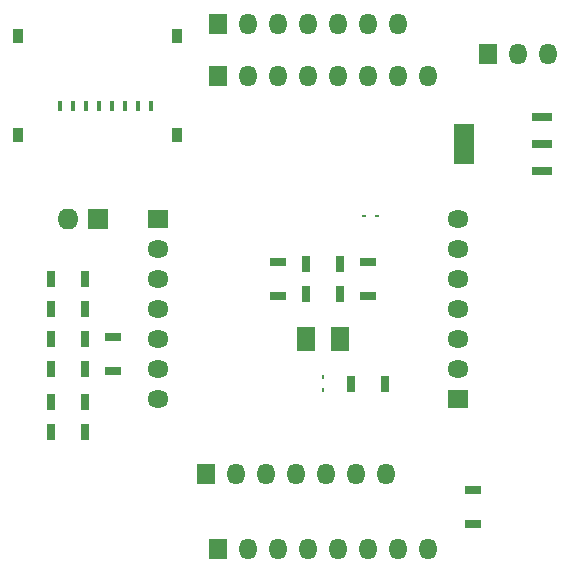
<source format=gbs>
G04 #@! TF.FileFunction,Soldermask,Bot*
%FSLAX46Y46*%
G04 Gerber Fmt 4.6, Leading zero omitted, Abs format (unit mm)*
G04 Created by KiCad (PCBNEW 4.0.1-stable) date Sun 03 Jan 2016 01:50:34 PM EET*
%MOMM*%
G01*
G04 APERTURE LIST*
%ADD10C,0.100000*%
%ADD11R,0.359440X0.809020*%
%ADD12R,0.809020X1.261140*%
%ADD13R,1.560000X1.990000*%
%ADD14R,0.360000X0.260000*%
%ADD15R,0.260000X0.360000*%
%ADD16R,1.792000X1.792000*%
%ADD17O,1.792000X1.792000*%
%ADD18R,1.792000X1.487200*%
%ADD19O,1.792000X1.487200*%
%ADD20R,1.487200X1.792000*%
%ADD21O,1.487200X1.792000*%
%ADD22R,1.460000X0.660000*%
%ADD23R,0.660000X1.460000*%
%ADD24R,1.792000X3.417600*%
%ADD25R,1.792000X0.776000*%
G04 APERTURE END LIST*
D10*
D11*
X127640080Y-79319120D03*
X128739900Y-79319120D03*
X129839720Y-79319120D03*
X130939540Y-79319120D03*
X132039360Y-79319120D03*
X133139180Y-79319120D03*
X134239000Y-79319120D03*
X135338820Y-79319120D03*
D12*
X124084080Y-81848960D03*
X137535920Y-81848960D03*
X124084080Y-73449180D03*
X137535920Y-73449180D03*
D13*
X151320000Y-99060000D03*
X148400000Y-99060000D03*
D14*
X153374000Y-88646000D03*
X154474000Y-88646000D03*
D15*
X149860000Y-103420000D03*
X149860000Y-102320000D03*
D16*
X130810000Y-88900000D03*
D17*
X128270000Y-88900000D03*
D18*
X135890000Y-88900000D03*
D19*
X135890000Y-91440000D03*
X135890000Y-93980000D03*
X135890000Y-96520000D03*
X135890000Y-99060000D03*
X135890000Y-101600000D03*
X135890000Y-104140000D03*
D18*
X161290000Y-104140000D03*
D19*
X161290000Y-101600000D03*
X161290000Y-99060000D03*
X161290000Y-96520000D03*
X161290000Y-93980000D03*
X161290000Y-91440000D03*
X161290000Y-88900000D03*
D20*
X163830000Y-74930000D03*
D21*
X166370000Y-74930000D03*
X168910000Y-74930000D03*
X158750000Y-76840000D03*
X156210000Y-76840000D03*
X153670000Y-76840000D03*
X151130000Y-76840000D03*
X148590000Y-76840000D03*
X146050000Y-76840000D03*
X143510000Y-76840000D03*
D20*
X140970000Y-76840000D03*
X140970000Y-116840000D03*
D21*
X143510000Y-116840000D03*
X146050000Y-116840000D03*
X148590000Y-116840000D03*
X151130000Y-116840000D03*
X153670000Y-116840000D03*
X156210000Y-116840000D03*
X158750000Y-116840000D03*
D22*
X153670000Y-95430000D03*
X153670000Y-92530000D03*
D23*
X126820000Y-106934000D03*
X129720000Y-106934000D03*
X129720000Y-104394000D03*
X126820000Y-104394000D03*
X148410000Y-95250000D03*
X151310000Y-95250000D03*
X152220000Y-102870000D03*
X155120000Y-102870000D03*
D22*
X132080000Y-101780000D03*
X132080000Y-98880000D03*
D23*
X148410000Y-92710000D03*
X151310000Y-92710000D03*
D22*
X162560000Y-114734000D03*
X162560000Y-111834000D03*
X146050000Y-92530000D03*
X146050000Y-95430000D03*
D23*
X129720000Y-93980000D03*
X126820000Y-93980000D03*
X129720000Y-96520000D03*
X126820000Y-96520000D03*
X129720000Y-99060000D03*
X126820000Y-99060000D03*
X129720000Y-101600000D03*
X126820000Y-101600000D03*
D24*
X161798000Y-82550000D03*
D25*
X168402000Y-82550000D03*
X168402000Y-84836000D03*
X168402000Y-80264000D03*
D20*
X140970000Y-72390000D03*
D21*
X143510000Y-72390000D03*
X146050000Y-72390000D03*
X148590000Y-72390000D03*
X151130000Y-72390000D03*
X153670000Y-72390000D03*
X156210000Y-72390000D03*
D20*
X139954000Y-110490000D03*
D21*
X142494000Y-110490000D03*
X145034000Y-110490000D03*
X147574000Y-110490000D03*
X150114000Y-110490000D03*
X152654000Y-110490000D03*
X155194000Y-110490000D03*
M02*

</source>
